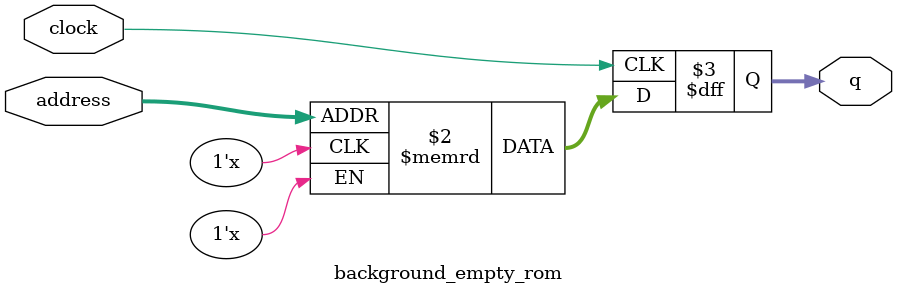
<source format=sv>
module background_empty_rom (
	input logic clock,
	input logic [16:0] address,
	output logic [3:0] q
);

logic [3:0] memory [0:76799] /* synthesis ram_init_file = "./background_empty/background_empty.mif" */;

always_ff @ (posedge clock) begin
	q <= memory[address];
end

endmodule

</source>
